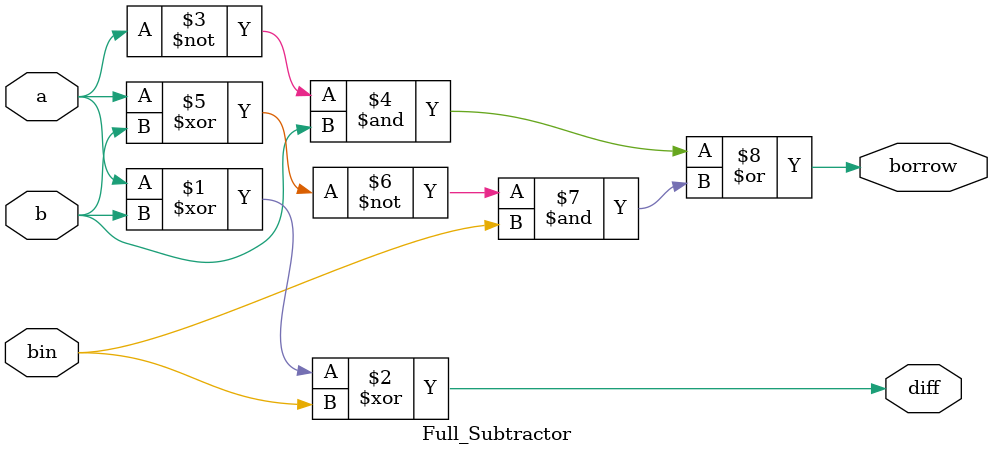
<source format=v>
module Full_Subtractor ( 
    input  wire a, b, bin,       // Inputs 
    output wire diff, borrow     // Outputs 
); 
 
    // Logic equations 
    assign diff   = a ^ b ^ bin;                  // Difference 
    assign borrow = (~a & b) | (~(a ^ b) & bin);  // Borrow logic 
 
endmodule 

</source>
